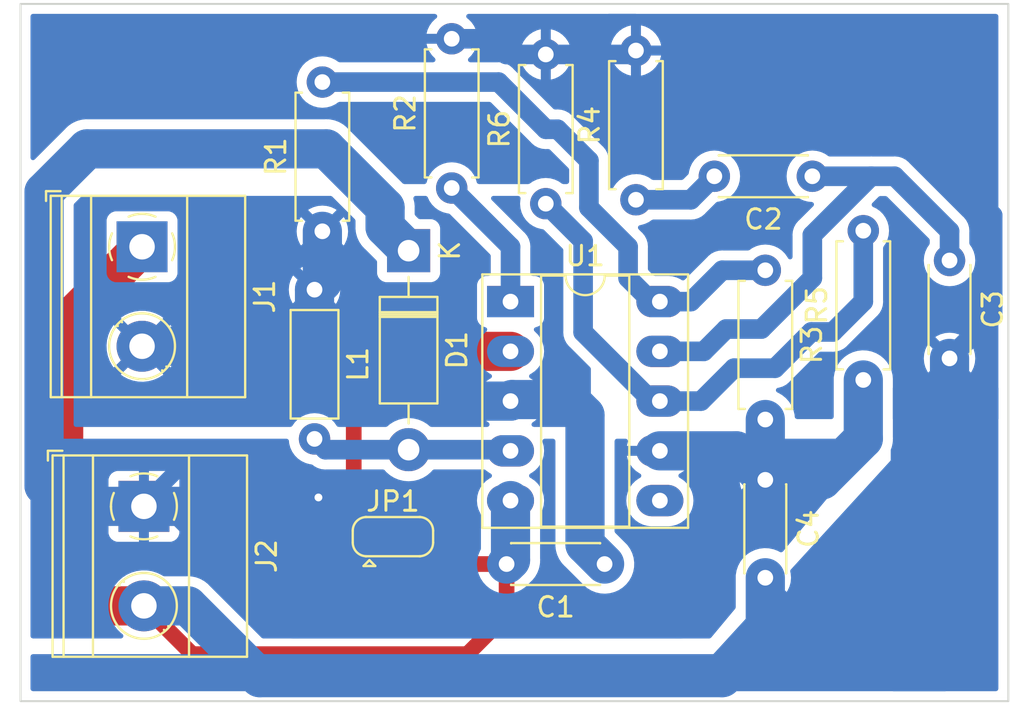
<source format=kicad_pcb>
(kicad_pcb (version 20211014) (generator pcbnew)
  (layers (0 "F.Cu" signal) (31 "B.Cu" signal) (34 "B.Paste" user) (35 "F.Paste" user) (36 "B.SilkS" user "B.Silkscreen") (37 "F.SilkS" user "F.Silkscreen") (38 "B.Mask" user) (39 "F.Mask" user) (44 "Edge.Cuts" user))
  (net 0 "")
  (net 1 "GND")
  (net 2 "Net-(C2-Pad1)")
  (net 3 "Net-(C2-Pad2)")
  (net 4 "Net-(C4-Pad1)")
  (net 5 "Net-(JP1-Pad2)")
  (net 6 "Net-(R1-Pad2)")
  (net 7 "Net-(R2-Pad1)")
  (net 8 "Net-(R5-Pad2)")
  (net 10 "Net-(C1-Pad1)")
  (net 11 "Net-(D1-Pad2)")
  (footprint "Resistor_THT:R_Axial_DIN0207_L6.3mm_D2.5mm_P7.62mm_Horizontal" (layer "F.Cu") (at 124.4 70 90)
    (fp_text reference "R5" (at 3.81 -2.37 90) (layer "F.SilkS"))
    (fp_text value "866k")
    (fp_line (start 0.54 -1.04) (end 0.54 -1.37) (layer "F.SilkS") (width 0.12))
    (fp_line (start 7.08 -1.37) (end 7.08 -1.04) (layer "F.SilkS") (width 0.12))
    (fp_line (start 0.54 1.37) (end 7.08 1.37) (layer "F.SilkS") (width 0.12))
    (fp_line (start 7.08 1.37) (end 7.08 1.04) (layer "F.SilkS") (width 0.12))
    (fp_line (start 0.54 1.04) (end 0.54 1.37) (layer "F.SilkS") (width 0.12))
    (fp_line (start 0.54 -1.37) (end 7.08 -1.37) (layer "F.SilkS") (width 0.12))
    (pad "1" thru_hole circle (at 0 0 90) (size 1.6 1.6) (drill 0.8) (layers *.Cu *.Mask) (net 4 "Net-(C4-Pad1)"))
    (pad "2" thru_hole oval (at 7.62 0 90) (size 1.6 1.6) (drill 0.8) (layers *.Cu *.Mask) (net 8 "Net-(R5-Pad2)"))
  )
  (footprint "Capacitor_THT:C_Disc_D4.3mm_W1.9mm_P5.00mm" (layer "F.Cu") (at 121.8 59.6 180)
    (fp_text reference "C2" (at 2.5 -2.2) (layer "F.SilkS"))
    (fp_text value "470p")
    (fp_line (start 4.77 1.055) (end 4.77 1.07) (layer "F.SilkS") (width 0.12))
    (fp_line (start 4.77 -1.07) (end 4.77 -1.055) (layer "F.SilkS") (width 0.12))
    (fp_line (start 0.23 1.07) (end 4.77 1.07) (layer "F.SilkS") (width 0.12))
    (fp_line (start 0.23 -1.07) (end 0.23 -1.055) (layer "F.SilkS") (width 0.12))
    (fp_line (start 0.23 1.055) (end 0.23 1.07) (layer "F.SilkS") (width 0.12))
    (fp_line (start 0.23 -1.07) (end 4.77 -1.07) (layer "F.SilkS") (width 0.12))
    (pad "1" thru_hole circle (at 0 0 180) (size 1.6 1.6) (drill 0.8) (layers *.Cu *.Mask) (net 2 "Net-(C2-Pad1)"))
    (pad "2" thru_hole circle (at 5 0 180) (size 1.6 1.6) (drill 0.8) (layers *.Cu *.Mask) (net 3 "Net-(C2-Pad2)"))
  )
  (footprint "Resistor_THT:R_Axial_DIN0207_L6.3mm_D2.5mm_P7.62mm_Horizontal" (layer "F.Cu") (at 108.2 61 90)
    (fp_text reference "R6" (at 3.81 -2.37 90) (layer "F.SilkS"))
    (fp_text value "619k")
    (fp_line (start 0.54 1.37) (end 7.08 1.37) (layer "F.SilkS") (width 0.12))
    (fp_line (start 0.54 -1.37) (end 7.08 -1.37) (layer "F.SilkS") (width 0.12))
    (fp_line (start 0.54 1.04) (end 0.54 1.37) (layer "F.SilkS") (width 0.12))
    (fp_line (start 0.54 -1.04) (end 0.54 -1.37) (layer "F.SilkS") (width 0.12))
    (fp_line (start 7.08 1.37) (end 7.08 1.04) (layer "F.SilkS") (width 0.12))
    (fp_line (start 7.08 -1.37) (end 7.08 -1.04) (layer "F.SilkS") (width 0.12))
    (pad "1" thru_hole circle (at 0 0 90) (size 1.6 1.6) (drill 0.8) (layers *.Cu *.Mask) (net 8 "Net-(R5-Pad2)"))
    (pad "2" thru_hole oval (at 7.62 0 90) (size 1.6 1.6) (drill 0.8) (layers *.Cu *.Mask) (net 1 "GND"))
  )
  (footprint "Resistor_THT:R_Axial_DIN0207_L6.3mm_D2.5mm_P7.62mm_Horizontal" (layer "F.Cu") (at 103.4 60.2 90)
    (fp_text reference "R2" (at 3.81 -2.37 90) (layer "F.SilkS"))
    (fp_text value "10k")
    (fp_line (start 0.54 1.37) (end 7.08 1.37) (layer "F.SilkS") (width 0.12))
    (fp_line (start 7.08 -1.37) (end 7.08 -1.04) (layer "F.SilkS") (width 0.12))
    (fp_line (start 0.54 -1.04) (end 0.54 -1.37) (layer "F.SilkS") (width 0.12))
    (fp_line (start 0.54 1.04) (end 0.54 1.37) (layer "F.SilkS") (width 0.12))
    (fp_line (start 0.54 -1.37) (end 7.08 -1.37) (layer "F.SilkS") (width 0.12))
    (fp_line (start 7.08 1.37) (end 7.08 1.04) (layer "F.SilkS") (width 0.12))
    (pad "1" thru_hole circle (at 0 0 90) (size 1.6 1.6) (drill 0.8) (layers *.Cu *.Mask) (net 7 "Net-(R2-Pad1)"))
    (pad "2" thru_hole oval (at 7.62 0 90) (size 1.6 1.6) (drill 0.8) (layers *.Cu *.Mask) (net 1 "GND"))
  )
  (footprint "TerminalBlock_Phoenix:TerminalBlock_Phoenix_MKDS-1,5-2-5.08_1x02_P5.08mm_Horizontal" (layer "F.Cu") (at 87.6 63.2 -90)
    (fp_text reference "J1" (at 2.54 -6.26 90) (layer "F.SilkS"))
    (fp_text value "Conn_01x02")
    (fp_line (start -2.84 4.16) (end -2.84 4.9) (layer "F.SilkS") (width 0.12))
    (fp_line (start 4.046 1.239) (end 4.011 1.274) (layer "F.SilkS") (width 0.12))
    (fp_line (start -2.6 4.66) (end 7.68 4.66) (layer "F.SilkS") (width 0.12))
    (fp_line (start -2.6 -2.301) (end 7.68 -2.301) (layer "F.SilkS") (width 0.12))
    (fp_line (start -2.6 2.6) (end 7.68 2.6) (layer "F.SilkS") (width 0.12))
    (fp_line (start -2.6 -5.261) (end -2.6 4.66) (layer "F.SilkS") (width 0.12))
    (fp_line (start 6.15 -1.275) (end 6.115 -1.239) (layer "F.SilkS") (width 0.12))
    (fp_line (start 3.853 1.023) (end 3.806 1.069) (layer "F.SilkS") (width 0.12))
    (fp_line (start -2.6 4.1) (end 7.68 4.1) (layer "F.SilkS") (width 0.12))
    (fp_line (start -2.84 4.9) (end -2.34 4.9) (layer "F.SilkS") (width 0.12))
    (fp_line (start 6.355 -1.069) (end 6.308 -1.023) (layer "F.SilkS") (width 0.12))
    (fp_line (start 7.68 -5.261) (end 7.68 4.66) (layer "F.SilkS") (width 0.12))
    (fp_line (start -2.6 -5.261) (end 7.68 -5.261) (layer "F.SilkS") (width 0.12))
    (fp_arc (start 1.535427 -0.683042) (mid 1.680501 0.000524) (end 1.535 0.684) (layer "F.SilkS") (width 0.12))
    (fp_arc (start 0.683318 1.534756) (mid 0.349292 1.643288) (end 0 1.68) (layer "F.SilkS") (width 0.12))
    (fp_arc (start -1.535427 0.683042) (mid -1.680501 -0.000524) (end -1.535 -0.684) (layer "F.SilkS") (width 0.12))
    (fp_arc (start -0.683042 -1.535427) (mid 0.000524 -1.680501) (end 0.684 -1.535) (layer "F.SilkS") (width 0.12))
    (fp_arc (start 0.028805 1.680253) (mid -0.335551 1.646659) (end -0.684 1.535) (layer "F.SilkS") (width 0.12))
    (fp_circle (center 5.08 0) (end 6.76 0) (layer "F.SilkS") (width 0.12) (fill none))
    (pad "1" thru_hole rect (at 0 0 270) (size 2.6 2.6) (drill 1.3) (layers *.Cu *.Mask) (net 1 "GND"))
    (pad "2" thru_hole circle (at 5.08 0 270) (size 2.6 2.6) (drill 1.3) (layers *.Cu *.Mask) (net 10 "Net-(C1-Pad1)"))
  )
  (footprint "Resistor_THT:R_Axial_DIN0207_L6.3mm_D2.5mm_P7.62mm_Horizontal" (layer "F.Cu") (at 96.8 62.41 90)
    (fp_text reference "R1" (at 3.81 -2.37 90) (layer "F.SilkS"))
    (fp_text value "1M")
    (fp_line (start 0.54 -1.04) (end 0.54 -1.37) (layer "F.SilkS") (width 0.12))
    (fp_line (start 0.54 1.37) (end 7.08 1.37) (layer "F.SilkS") (width 0.12))
    (fp_line (start 0.54 -1.37) (end 7.08 -1.37) (layer "F.SilkS") (width 0.12))
    (fp_line (start 0.54 1.04) (end 0.54 1.37) (layer "F.SilkS") (width 0.12))
    (fp_line (start 7.08 -1.37) (end 7.08 -1.04) (layer "F.SilkS") (width 0.12))
    (fp_line (start 7.08 1.37) (end 7.08 1.04) (layer "F.SilkS") (width 0.12))
    (pad "1" thru_hole circle (at 0 0 90) (size 1.6 1.6) (drill 0.8) (layers *.Cu *.Mask) (net 10 "Net-(C1-Pad1)"))
    (pad "2" thru_hole oval (at 7.62 0 90) (size 1.6 1.6) (drill 0.8) (layers *.Cu *.Mask) (net 6 "Net-(R1-Pad2)"))
  )
  (footprint "Inductor_THT:L_Axial_L5.3mm_D2.2mm_P7.62mm_Horizontal_Vishay_IM-1" (layer "F.Cu") (at 96.4 65.39 -90)
    (fp_text reference "L1" (at 3.81 -2.22 -270) (layer "F.SilkS"))
    (fp_text value "2.2u")
    (fp_line (start 6.58 -1.22) (end 1.04 -1.22) (layer "F.SilkS") (width 0.12))
    (fp_line (start 6.58 1.22) (end 6.58 -1.22) (layer "F.SilkS") (width 0.12))
    (fp_line (start 1.04 1.22) (end 6.58 1.22) (layer "F.SilkS") (width 0.12))
    (fp_line (start 1.04 -1.22) (end 1.04 1.22) (layer "F.SilkS") (width 0.12))
    (pad "1" thru_hole circle (at 0 0 270) (size 1.6 1.6) (drill 0.8) (layers *.Cu *.Mask) (net 10 "Net-(C1-Pad1)"))
    (pad "2" thru_hole oval (at 7.62 0 270) (size 1.6 1.6) (drill 0.8) (layers *.Cu *.Mask) (net 11 "Net-(D1-Pad2)"))
  )
  (footprint "Capacitor_THT:C_Disc_D4.3mm_W1.9mm_P5.00mm" (layer "F.Cu") (at 128.8 63.9 -90)
    (fp_text reference "C3" (at 2.5 -2.2 90) (layer "F.SilkS"))
    (fp_text value "20p")
    (fp_line (start 0.23 1.07) (end 4.77 1.07) (layer "F.SilkS") (width 0.12))
    (fp_line (start 0.23 -1.07) (end 4.77 -1.07) (layer "F.SilkS") (width 0.12))
    (fp_line (start 0.23 -1.07) (end 0.23 -1.055) (layer "F.SilkS") (width 0.12))
    (fp_line (start 4.77 -1.07) (end 4.77 -1.055) (layer "F.SilkS") (width 0.12))
    (fp_line (start 0.23 1.055) (end 0.23 1.07) (layer "F.SilkS") (width 0.12))
    (fp_line (start 4.77 1.055) (end 4.77 1.07) (layer "F.SilkS") (width 0.12))
    (pad "1" thru_hole circle (at 0 0 270) (size 1.6 1.6) (drill 0.8) (layers *.Cu *.Mask) (net 2 "Net-(C2-Pad1)"))
    (pad "2" thru_hole circle (at 5 0 270) (size 1.6 1.6) (drill 0.8) (layers *.Cu *.Mask) (net 1 "GND"))
  )
  (footprint "Resistor_THT:R_Axial_DIN0207_L6.3mm_D2.5mm_P7.62mm_Horizontal" (layer "F.Cu") (at 112.8 60.8 90)
    (fp_text reference "R4" (at 3.81 -2.37 90) (layer "F.SilkS"))
    (fp_text value "39k")
    (fp_line (start 7.08 1.37) (end 7.08 1.04) (layer "F.SilkS") (width 0.12))
    (fp_line (start 7.08 -1.37) (end 7.08 -1.04) (layer "F.SilkS") (width 0.12))
    (fp_line (start 0.54 -1.04) (end 0.54 -1.37) (layer "F.SilkS") (width 0.12))
    (fp_line (start 0.54 1.37) (end 7.08 1.37) (layer "F.SilkS") (width 0.12))
    (fp_line (start 0.54 1.04) (end 0.54 1.37) (layer "F.SilkS") (width 0.12))
    (fp_line (start 0.54 -1.37) (end 7.08 -1.37) (layer "F.SilkS") (width 0.12))
    (pad "1" thru_hole circle (at 0 0 90) (size 1.6 1.6) (drill 0.8) (layers *.Cu *.Mask) (net 3 "Net-(C2-Pad2)"))
    (pad "2" thru_hole oval (at 7.62 0 90) (size 1.6 1.6) (drill 0.8) (layers *.Cu *.Mask) (net 1 "GND"))
  )
  (footprint "Resistor_THT:R_Axial_DIN0207_L6.3mm_D2.5mm_P7.62mm_Horizontal" (layer "F.Cu") (at 119.4 64.4 -90)
    (fp_text reference "R3" (at 3.81 -2.37 90) (layer "F.SilkS"))
    (fp_text value "5.1M")
    (fp_line (start 0.54 1.37) (end 7.08 1.37) (layer "F.SilkS") (width 0.12))
    (fp_line (start 7.08 1.37) (end 7.08 1.04) (layer "F.SilkS") (width 0.12))
    (fp_line (start 0.54 -1.04) (end 0.54 -1.37) (layer "F.SilkS") (width 0.12))
    (fp_line (start 0.54 -1.37) (end 7.08 -1.37) (layer "F.SilkS") (width 0.12))
    (fp_line (start 0.54 1.04) (end 0.54 1.37) (layer "F.SilkS") (width 0.12))
    (fp_line (start 7.08 -1.37) (end 7.08 -1.04) (layer "F.SilkS") (width 0.12))
    (pad "1" thru_hole circle (at 0 0 270) (size 1.6 1.6) (drill 0.8) (layers *.Cu *.Mask) (net 6 "Net-(R1-Pad2)"))
    (pad "2" thru_hole oval (at 7.62 0 270) (size 1.6 1.6) (drill 0.8) (layers *.Cu *.Mask) (net 4 "Net-(C4-Pad1)"))
  )
  (footprint "Jumper:SolderJumper-3_P1.3mm_Open_RoundedPad1.0x1.5mm" (layer "F.Cu") (at 100.4 78)
    (fp_text reference "JP1" (at 0 -1.8) (layer "F.SilkS"))
    (fp_text value "Jumper_3_Bridged12")
    (fp_line (start -1.4 -1) (end 1.4 -1) (layer "F.SilkS") (width 0.12))
    (fp_line (start -1.2 1.2) (end -0.9 1.5) (layer "F.SilkS") (width 0.12))
    (fp_line (start -1.5 1.5) (end -0.9 1.5) (layer "F.SilkS") (width 0.12))
    (fp_line (start -2.05 0.3) (end -2.05 -0.3) (layer "F.SilkS") (width 0.12))
    (fp_line (start -1.2 1.2) (end -1.5 1.5) (layer "F.SilkS") (width 0.12))
    (fp_line (start 1.4 1) (end -1.4 1) (layer "F.SilkS") (width 0.12))
    (fp_line (start 2.05 -0.3) (end 2.05 0.3) (layer "F.SilkS") (width 0.12))
    (fp_arc (start -2.05 -0.3) (mid -1.844975 -0.794975) (end -1.35 -1) (layer "F.SilkS") (width 0.12))
    (fp_arc (start 2.05 0.3) (mid 1.844975 0.794975) (end 1.35 1) (layer "F.SilkS") (width 0.12))
    (fp_arc (start 1.35 -1) (mid 1.844975 -0.794975) (end 2.05 -0.3) (layer "F.SilkS") (width 0.12))
    (fp_arc (start -1.35 1) (mid -1.844975 0.794975) (end -2.05 0.3) (layer "F.SilkS") (width 0.12))
    (pad "1" smd custom (at -1.3 0) (size 1 0.5) (layers "F.Cu" "F.Mask") (net 4 "Net-(C4-Pad1)") (options (clearance outline) (anchor rect)) (primitives (gr_circle (center 0 0.25) (end 0.5 0.25) (width 0) (fill yes)) (gr_circle (center 0 -0.25) (end 0.5 -0.25) (width 0) (fill yes)) (gr_poly (pts (xy 0.55 0.75) (xy 0 0.75) (xy 0 -0.75) (xy 0.55 -0.75)) (width 0) (fill yes))))
    (pad "2" smd rect (at 0 0) (size 1 1.5) (layers "F.Cu" "F.Mask") (net 5 "Net-(JP1-Pad2)"))
    (pad "3" smd custom (at 1.3 0) (size 1 0.5) (layers "F.Cu" "F.Mask") (net 1 "GND") (options (clearance outline) (anchor rect)) (primitives (gr_circle (center 0 0.25) (end 0.5 0.25) (width 0) (fill yes)) (gr_circle (center 0 -0.25) (end 0.5 -0.25) (width 0) (fill yes)) (gr_poly (pts (xy 0 0.75) (xy -0.55 0.75) (xy -0.55 -0.75) (xy 0 -0.75)) (width 0) (fill yes))))
  )
  (footprint "Capacitor_THT:C_Disc_D4.3mm_W1.9mm_P5.00mm" (layer "F.Cu") (at 111.2 79.4 180)
    (fp_text reference "C1" (at 2.5 -2.2) (layer "F.SilkS"))
    (fp_text value "3.3u")
    (fp_line (start 0.23 1.055) (end 0.23 1.07) (layer "F.SilkS") (width 0.12))
    (fp_line (start 0.23 -1.07) (end 0.23 -1.055) (layer "F.SilkS") (width 0.12))
    (fp_line (start 0.23 1.07) (end 4.77 1.07) (layer "F.SilkS") (width 0.12))
    (fp_line (start 4.77 -1.07) (end 4.77 -1.055) (layer "F.SilkS") (width 0.12))
    (fp_line (start 0.23 -1.07) (end 4.77 -1.07) (layer "F.SilkS") (width 0.12))
    (fp_line (start 4.77 1.055) (end 4.77 1.07) (layer "F.SilkS") (width 0.12))
    (pad "1" thru_hole circle (at 0 0 180) (size 1.6 1.6) (drill 0.8) (layers *.Cu *.Mask) (net 10 "Net-(C1-Pad1)"))
    (pad "2" thru_hole circle (at 5 0 180) (size 1.6 1.6) (drill 0.8) (layers *.Cu *.Mask) (net 1 "GND"))
  )
  (footprint "Capacitor_THT:C_Disc_D4.3mm_W1.9mm_P5.00mm" (layer "F.Cu") (at 119.4 75.1 -90)
    (fp_text reference "C4" (at 2.5 -2.2 -270) (layer "F.SilkS"))
    (fp_text value "10u")
    (fp_line (start 0.23 1.07) (end 4.77 1.07) (layer "F.SilkS") (width 0.12))
    (fp_line (start 4.77 -1.07) (end 4.77 -1.055) (layer "F.SilkS") (width 0.12))
    (fp_line (start 0.23 -1.07) (end 0.23 -1.055) (layer "F.SilkS") (width 0.12))
    (fp_line (start 0.23 -1.07) (end 4.77 -1.07) (layer "F.SilkS") (width 0.12))
    (fp_line (start 4.77 1.055) (end 4.77 1.07) (layer "F.SilkS") (width 0.12))
    (fp_line (start 0.23 1.055) (end 0.23 1.07) (layer "F.SilkS") (width 0.12))
    (pad "1" thru_hole circle (at 0 0 270) (size 1.6 1.6) (drill 0.8) (layers *.Cu *.Mask) (net 4 "Net-(C4-Pad1)"))
    (pad "2" thru_hole circle (at 5 0 270) (size 1.6 1.6) (drill 0.8) (layers *.Cu *.Mask) (net 1 "GND"))
  )
  (footprint "TerminalBlock_Phoenix:TerminalBlock_Phoenix_MKDS-1,5-2-5.08_1x02_P5.08mm_Horizontal" (layer "F.Cu") (at 87.695 76.455 -90)
    (fp_text reference "J2" (at 2.54 -6.26 90) (layer "F.SilkS"))
    (fp_text value "Conn_01x02")
    (fp_line (start -2.6 4.1) (end 7.68 4.1) (layer "F.SilkS") (width 0.12))
    (fp_line (start 4.046 1.239) (end 4.011 1.274) (layer "F.SilkS") (width 0.12))
    (fp_line (start -2.6 2.6) (end 7.68 2.6) (layer "F.SilkS") (width 0.12))
    (fp_line (start -2.6 -2.301) (end 7.68 -2.301) (layer "F.SilkS") (width 0.12))
    (fp_line (start -2.6 -5.261) (end 7.68 -5.261) (layer "F.SilkS") (width 0.12))
    (fp_line (start 3.853 1.023) (end 3.806 1.069) (layer "F.SilkS") (width 0.12))
    (fp_line (start -2.6 4.66) (end 7.68 4.66) (layer "F.SilkS") (width 0.12))
    (fp_line (start 6.355 -1.069) (end 6.308 -1.023) (layer "F.SilkS") (width 0.12))
    (fp_line (start -2.6 -5.261) (end -2.6 4.66) (layer "F.SilkS") (width 0.12))
    (fp_line (start 6.15 -1.275) (end 6.115 -1.239) (layer "F.SilkS") (width 0.12))
    (fp_line (start -2.84 4.9) (end -2.34 4.9) (layer "F.SilkS") (width 0.12))
    (fp_line (start 7.68 -5.261) (end 7.68 4.66) (layer "F.SilkS") (width 0.12))
    (fp_line (start -2.84 4.16) (end -2.84 4.9) (layer "F.SilkS") (width 0.12))
    (fp_arc (start -1.535427 0.683042) (mid -1.680501 -0.000524) (end -1.535 -0.684) (layer "F.SilkS") (width 0.12))
    (fp_arc (start 0.683318 1.534756) (mid 0.349292 1.643288) (end 0 1.68) (layer "F.SilkS") (width 0.12))
    (fp_arc (start -0.683042 -1.535427) (mid 0.000524 -1.680501) (end 0.684 -1.535) (layer "F.SilkS") (width 0.12))
    (fp_arc (start 1.535427 -0.683042) (mid 1.680501 0.000524) (end 1.535 0.684) (layer "F.SilkS") (width 0.12))
    (fp_arc (start 0.028805 1.680253) (mid -0.335551 1.646659) (end -0.684 1.535) (layer "F.SilkS") (width 0.12))
    (fp_circle (center 5.08 0) (end 6.76 0) (layer "F.SilkS") (width 0.12) (fill none))
    (pad "1" thru_hole rect (at 0 0 270) (size 2.6 2.6) (drill 1.3) (layers *.Cu *.Mask) (net 4 "Net-(C4-Pad1)"))
    (pad "2" thru_hole circle (at 5.08 0 270) (size 2.6 2.6) (drill 1.3) (layers *.Cu *.Mask) (net 1 "GND"))
  )
  (footprint "Package_DIP:DIP-10_W7.62mm_Socket_LongPads" (layer "F.Cu") (at 106.4 66)
    (fp_text reference "U1" (at 3.81 -2.33) (layer "F.SilkS"))
    (fp_text value "LTC3402")
    (fp_line (start 1.56 -1.33) (end 1.56 11.49) (layer "F.SilkS") (width 0.12))
    (fp_line (start 9.06 -1.39) (end -1.44 -1.39) (layer "F.SilkS") (width 0.12))
    (fp_line (start 6.06 11.49) (end 6.06 -1.33) (layer "F.SilkS") (width 0.12))
    (fp_line (start 1.56 11.49) (end 6.06 11.49) (layer "F.SilkS") (width 0.12))
    (fp_line (start 9.06 11.55) (end 9.06 -1.39) (layer "F.SilkS") (width 0.12))
    (fp_line (start -1.44 11.55) (end 9.06 11.55) (layer "F.SilkS") (width 0.12))
    (fp_line (start 6.06 -1.33) (end 4.81 -1.33) (layer "F.SilkS") (width 0.12))
    (fp_line (start 2.81 -1.33) (end 1.56 -1.33) (layer "F.SilkS") (width 0.12))
    (fp_line (start -1.44 -1.39) (end -1.44 11.55) (layer "F.SilkS") (width 0.12))
    (fp_arc (start 4.81 -1.33) (mid 3.81 -0.33) (end 2.81 -1.33) (layer "F.SilkS") (width 0.12))
    (pad "1" thru_hole rect (at 0 0) (size 2.4 1.6) (drill 0.8) (layers *.Cu *.Mask) (net 7 "Net-(R2-Pad1)"))
    (pad "2" thru_hole oval (at 0 2.54) (size 2.4 1.6) (drill 0.8) (layers *.Cu *.Mask) (net 5 "Net-(JP1-Pad2)"))
    (pad "3" thru_hole oval (at 0 5.08) (size 2.4 1.6) (drill 0.8) (layers *.Cu *.Mask) (net 10 "Net-(C1-Pad1)"))
    (pad "4" thru_hole oval (at 0 7.62) (size 2.4 1.6) (drill 0.8) (layers *.Cu *.Mask) (net 11 "Net-(D1-Pad2)"))
    (pad "5" thru_hole oval (at 0 10.16) (size 2.4 1.6) (drill 0.8) (layers *.Cu *.Mask) (net 1 "GND"))
    (pad "6" thru_hole oval (at 7.62 10.16) (size 2.4 1.6) (drill 0.8) (layers *.Cu *.Mask))
    (pad "7" thru_hole oval (at 7.62 7.62) (size 2.4 1.6) (drill 0.8) (layers *.Cu *.Mask) (net 4 "Net-(C4-Pad1)"))
    (pad "8" thru_hole oval (at 7.62 5.08) (size 2.4 1.6) (drill 0.8) (layers *.Cu *.Mask) (net 8 "Net-(R5-Pad2)"))
    (pad "9" thru_hole oval (at 7.62 2.54) (size 2.4 1.6) (drill 0.8) (layers *.Cu *.Mask) (net 2 "Net-(C2-Pad1)"))
    (pad "10" thru_hole oval (at 7.62 0) (size 2.4 1.6) (drill 0.8) (layers *.Cu *.Mask) (net 6 "Net-(R1-Pad2)"))
  )
  (footprint "Diode_THT:D_DO-41_SOD81_P10.16mm_Horizontal" (layer "F.Cu") (at 101.2 63.4 -90)
    (fp_text reference "D1" (at 5.08 -2.47 90) (layer "F.SilkS"))
    (fp_text value "1N5817")
    (fp_text user "K" (at 0 -2.1 90) (layer "F.SilkS"))
    (fp_line (start 1.34 0) (end 2.36 0) (layer "F.SilkS") (width 0.12))
    (fp_line (start 7.8 1.47) (end 7.8 -1.47) (layer "F.SilkS") (width 0.12))
    (fp_line (start 3.26 -1.47) (end 3.26 1.47) (layer "F.SilkS") (width 0.12))
    (fp_line (start 3.14 -1.47) (end 3.14 1.47) (layer "F.SilkS") (width 0.12))
    (fp_line (start 7.8 -1.47) (end 2.36 -1.47) (layer "F.SilkS") (width 0.12))
    (fp_line (start 2.36 -1.47) (end 2.36 1.47) (layer "F.SilkS") (width 0.12))
    (fp_line (start 8.82 0) (end 7.8 0) (layer "F.SilkS") (width 0.12))
    (fp_line (start 3.38 -1.47) (end 3.38 1.47) (layer "F.SilkS") (width 0.12))
    (fp_line (start 2.36 1.47) (end 7.8 1.47) (layer "F.SilkS") (width 0.12))
    (pad "1" thru_hole rect (at 0 0 270) (size 2.2 2.2) (drill 1.1) (layers *.Cu *.Mask) (net 4 "Net-(C4-Pad1)"))
    (pad "2" thru_hole oval (at 10.16 0 270) (size 2.2 2.2) (drill 1.1) (layers *.Cu *.Mask) (net 11 "Net-(D1-Pad2)"))
  )
  (gr_rect (start 81.4 50.8) (end 131.8 86.4) (layer "Edge.Cuts") (width 0.1) (fill none))
  (segment (start 90.16 84) (end 87.695 81.535) (width 0.8) (layer "F.Cu") (net 1))
  (segment (start 101.7 78.9) (end 102.2 79.4) (width 0.8) (layer "F.Cu") (net 1))
  (segment (start 102.2 79.4) (end 106.2 79.4) (width 0.8) (layer "F.Cu") (net 1))
  (segment (start 101.7 78) (end 101.7 78.9) (width 0.8) (layer "F.Cu") (net 1))
  (segment (start 104.2 84) (end 90.16 84) (width 0.8) (layer "F.Cu") (net 1))
  (segment (start 85.2 81.6) (end 85.265 81.535) (width 2) (layer "F.Cu") (net 1))
  (segment (start 85.265 81.535) (end 87.695 81.535) (width 2) (layer "F.Cu") (net 1))
  (segment (start 106.2 79.4) (end 106.2 82) (width 0.8) (layer "F.Cu") (net 1))
  (segment (start 87.6 63.2) (end 83.6 67.2) (width 2) (layer "F.Cu") (net 1))
  (segment (start 83.6 80) (end 85.2 81.6) (width 2) (layer "F.Cu") (net 1))
  (segment (start 83.6 67.2) (end 83.6 80) (width 2) (layer "F.Cu") (net 1))
  (segment (start 106.2 82) (end 104.2 84) (width 0.8) (layer "F.Cu") (net 1))
  (segment (start 119.4 83) (end 119.4 80.1) (width 2) (layer "B.Cu") (net 1))
  (segment (start 112.6 53.38) (end 112.8 53.18) (width 1) (layer "B.Cu") (net 1))
  (segment (start 131 61.6) (end 125.4 56) (width 1) (layer "B.Cu") (net 1))
  (segment (start 128.8 75.2) (end 128.8 73.6) (width 2) (layer "B.Cu") (net 1))
  (segment (start 119.4 83) (end 121 83) (width 2) (layer "B.Cu") (net 1))
  (segment (start 128.8 68.9) (end 128.8 73.6) (width 2) (layer "B.Cu") (net 1))
  (segment (start 117.2 85.2) (end 119.4 83) (width 2) (layer "B.Cu") (net 1))
  (segment (start 108.2 53.38) (end 110.42 53.38) (width 1) (layer "B.Cu") (net 1))
  (segment (start 89.935 81.535) (end 93.6 85.2) (width 2) (layer "B.Cu") (net 1))
  (segment (start 87.695 81.535) (end 89.935 81.535) (width 2) (layer "B.Cu") (net 1))
  (segment (start 131 66.7) (end 131 61.6) (width 1) (layer "B.Cu") (net 1))
  (segment (start 121 83) (end 128.8 75.2) (width 2) (layer "B.Cu") (net 1))
  (segment (start 111.8 56) (end 110.42 54.62) (width 1) (layer "B.Cu") (net 1))
  (segment (start 93.6 85.2) (end 117.2 85.2) (width 2) (layer "B.Cu") (net 1))
  (segment (start 110.42 53.38) (end 112.6 53.38) (width 1) (layer "B.Cu") (net 1))
  (segment (start 128.8 68.9) (end 131 66.7) (width 1) (layer "B.Cu") (net 1))
  (segment (start 106.18 53.38) (end 108.2 53.38) (width 1) (layer "B.Cu") (net 1))
  (segment (start 105.38 52.58) (end 106.18 53.38) (width 1) (layer "B.Cu") (net 1))
  (segment (start 125.4 56) (end 111.8 56) (width 1) (layer "B.Cu") (net 1))
  (segment (start 106.4 76.16) (end 106.4 79.2) (width 2) (layer "B.Cu") (net 1))
  (segment (start 106.4 79.2) (end 106.2 79.4) (width 2) (layer "B.Cu") (net 1))
  (segment (start 103.4 52.58) (end 105.38 52.58) (width 1) (layer "B.Cu") (net 1))
  (segment (start 110.42 54.62) (end 110.42 53.38) (width 1) (layer "B.Cu") (net 1))
  (segment (start 121.8 64.8) (end 121.8 62.6) (width 1) (layer "B.Cu") (net 2))
  (segment (start 121.8 59.6) (end 124.8 59.6) (width 1) (layer "B.Cu") (net 2))
  (segment (start 121.8 62.6) (end 124.8 59.6) (width 1) (layer "B.Cu") (net 2))
  (segment (start 124.8 59.6) (end 126 59.6) (width 1) (layer "B.Cu") (net 2))
  (segment (start 114.02 68.54) (end 116.26 68.54) (width 1) (layer "B.Cu") (net 2))
  (segment (start 117.4 67.4) (end 119.2 67.4) (width 1) (layer "B.Cu") (net 2))
  (segment (start 128.8 62.4) (end 128.8 63.9) (width 1) (layer "B.Cu") (net 2))
  (segment (start 126 59.6) (end 128.8 62.4) (width 1) (layer "B.Cu") (net 2))
  (segment (start 116.26 68.54) (end 117.4 67.4) (width 1) (layer "B.Cu") (net 2))
  (segment (start 119.2 67.4) (end 121.8 64.8) (width 1) (layer "B.Cu") (net 2))
  (segment (start 115.6 60.8) (end 116.8 59.6) (width 1) (layer "B.Cu") (net 3))
  (segment (start 112.8 60.8) (end 115.6 60.8) (width 1) (layer "B.Cu") (net 3))
  (segment (start 98.6 78) (end 96.6 76) (width 0.8) (layer "F.Cu") (net 4))
  (segment (start 99.1 78) (end 98.6 78) (width 0.8) (layer "F.Cu") (net 4))
  (via (at 96.6 76) (size 0.8) (drill 0.4) (layers "F.Cu" "B.Cu") (net 4))
  (segment (start 119.4 75.8) (end 116.6 78.6) (width 2) (layer "B.Cu") (net 4))
  (segment (start 84.8 58.2) (end 82.6 60.4) (width 2) (layer "B.Cu") (net 4))
  (segment (start 114.02 73.62) (end 115.02 73.62) (width 1) (layer "B.Cu") (net 4))
  (segment (start 96.6 76) (end 95.4 76) (width 0.8) (layer "B.Cu") (net 4))
  (segment (start 100 62.2) (end 100 61.2) (width 2) (layer "B.Cu") (net 4))
  (segment (start 95.4 82.2) (end 89.655 76.455) (width 2) (layer "B.Cu") (net 4))
  (segment (start 116.6 80.6) (end 115 82.2) (width 2) (layer "B.Cu") (net 4))
  (segment (start 122.3 75.1) (end 124.4 73) (width 2) (layer "B.Cu") (net 4))
  (segment (start 82.6 60.4) (end 82.6 75.4) (width 2) (layer "B.Cu") (net 4))
  (segment (start 83.655 76.455) (end 87.695 76.455) (width 2) (layer "B.Cu") (net 4))
  (segment (start 101.2 63.4) (end 100 62.2) (width 2) (layer "B.Cu") (net 4))
  (segment (start 97 58.2) (end 84.8 58.2) (width 2) (layer "B.Cu") (net 4))
  (segment (start 114.02 73.62) (end 117.92 73.62) (width 2) (layer "B.Cu") (net 4))
  (segment (start 100 61.2) (end 97 58.2) (width 2) (layer "B.Cu") (net 4))
  (segment (start 89.655 76.455) (end 87.695 76.455) (width 2) (layer "B.Cu") (net 4))
  (segment (start 115 82.2) (end 95.4 82.2) (width 2) (layer "B.Cu") (net 4))
  (segment (start 117.92 73.62) (end 119.4 75.1) (width 2) (layer "B.Cu") (net 4))
  (segment (start 82.6 75.4) (end 83.655 76.455) (width 2) (layer "B.Cu") (net 4))
  (segment (start 119.4 75.1) (end 122.3 75.1) (width 2) (layer "B.Cu") (net 4))
  (segment (start 124.4 73) (end 124.4 70) (width 2) (layer "B.Cu") (net 4))
  (segment (start 94 74.6) (end 89.4 74.6) (width 0.8) (layer "B.Cu") (net 4))
  (segment (start 119.4 75.1) (end 119.4 75.8) (width 2) (layer "B.Cu") (net 4))
  (segment (start 87.695 76.305) (end 87.695 76.455) (width 0.8) (layer "B.Cu") (net 4))
  (segment (start 95.4 76) (end 94 74.6) (width 0.8) (layer "B.Cu") (net 4))
  (segment (start 89.4 74.6) (end 87.695 76.305) (width 0.8) (layer "B.Cu") (net 4))
  (segment (start 116.6 78.6) (end 116.6 80.6) (width 2) (layer "B.Cu") (net 4))
  (segment (start 119.4 72.02) (end 119.4 75.1) (width 2) (layer "B.Cu") (net 4))
  (segment (start 100.4 76) (end 100.4 78) (width 0.8) (layer "F.Cu") (net 5))
  (segment (start 99 71) (end 98.4 71.6) (width 0.8) (layer "F.Cu") (net 5))
  (segment (start 99.4 75.8) (end 100.2 75.8) (width 0.8) (layer "F.Cu") (net 5))
  (segment (start 100.2 75.8) (end 100.4 76) (width 0.8) (layer "F.Cu") (net 5))
  (segment (start 98.4 71.6) (end 98.4 74.8) (width 0.8) (layer "F.Cu") (net 5))
  (segment (start 101.46 68.54) (end 99 71) (width 2) (layer "F.Cu") (net 5))
  (segment (start 106.4 68.54) (end 101.46 68.54) (width 2) (layer "F.Cu") (net 5))
  (segment (start 98.4 74.8) (end 99.4 75.8) (width 0.8) (layer "F.Cu") (net 5))
  (segment (start 108.8 57.2) (end 108.2 57.2) (width 1) (layer "B.Cu") (net 6))
  (segment (start 112.4 63.199022) (end 110.4 61.199022) (width 1) (layer "B.Cu") (net 6))
  (segment (start 108.2 57.2) (end 105.79 54.79) (width 1) (layer "B.Cu") (net 6))
  (segment (start 110.4 61.199022) (end 110.4 58.8) (width 1) (layer "B.Cu") (net 6))
  (segment (start 115.6 66) (end 117.2 64.4) (width 1) (layer "B.Cu") (net 6))
  (segment (start 114.02 66) (end 115.6 66) (width 1) (layer "B.Cu") (net 6))
  (segment (start 110.4 58.8) (end 108.8 57.2) (width 1) (layer "B.Cu") (net 6))
  (segment (start 112.4 64.8) (end 112.4 63.199022) (width 1) (layer "B.Cu") (net 6))
  (segment (start 105.79 54.79) (end 96.8 54.79) (width 1) (layer "B.Cu") (net 6))
  (segment (start 119.4 64.4) (end 117.2 64.4) (width 1) (layer "B.Cu") (net 6))
  (segment (start 113.6 66) (end 112.4 64.8) (width 1) (layer "B.Cu") (net 6))
  (segment (start 114.02 66) (end 113.6 66) (width 1) (layer "B.Cu") (net 6))
  (segment (start 106.4 66) (end 106.4 63.2) (width 1) (layer "B.Cu") (net 7))
  (segment (start 106.4 63.2) (end 103.4 60.2) (width 1) (layer "B.Cu") (net 7))
  (segment (start 117.8 69.4) (end 116.12 71.08) (width 1) (layer "B.Cu") (net 8))
  (segment (start 110.103961 62.903961) (end 110.103961 67.563961) (width 1) (layer "B.Cu") (net 8))
  (segment (start 113.62 71.08) (end 114.02 71.08) (width 1) (layer "B.Cu") (net 8))
  (segment (start 116.12 71.08) (end 114.02 71.08) (width 1) (layer "B.Cu") (net 8))
  (segment (start 122.851818 67.548182) (end 121.748182 67.548182) (width 1) (layer "B.Cu") (net 8))
  (segment (start 108.2 61) (end 110.103961 62.903961) (width 1) (layer "B.Cu") (net 8))
  (segment (start 121.748182 67.548182) (end 119.896364 69.4) (width 1) (layer "B.Cu") (net 8))
  (segment (start 119.896364 69.4) (end 117.8 69.4) (width 1) (layer "B.Cu") (net 8))
  (segment (start 124.4 66) (end 122.851818 67.548182) (width 1) (layer "B.Cu") (net 8))
  (segment (start 110.103961 67.563961) (end 113.62 71.08) (width 1) (layer "B.Cu") (net 8))
  (segment (start 124.4 62.38) (end 124.4 66) (width 1) (layer "B.Cu") (net 8))
  (segment (start 95.7 67.1) (end 91.3 67.1) (width 2) (layer "B.Cu") (net 10))
  (segment (start 96.4 65.39) (end 96.4 66.4) (width 2) (layer "B.Cu") (net 10))
  (segment (start 96.4 66.4) (end 95.7 67.1) (width 2) (layer "B.Cu") (net 10))
  (segment (start 106.4 71.08) (end 104.08 71.08) (width 2) (layer "B.Cu") (net 10))
  (segment (start 106.48 71) (end 109.4 71) (width 2) (layer "B.Cu") (net 10))
  (segment (start 102.4 69.4) (end 98 69.4) (width 2) (layer "B.Cu") (net 10))
  (segment (start 87.6 68.28) (end 90.12 68.28) (width 2) (layer "B.Cu") (net 10))
  (segment (start 110.2 78.4) (end 111.2 79.4) (width 2) (layer "B.Cu") (net 10))
  (segment (start 96.8 62.41) (end 96.8 64.99) (width 2) (layer "B.Cu") (net 10))
  (segment (start 104.08 71.08) (end 102.4 69.4) (width 2) (layer "B.Cu") (net 10))
  (segment (start 96.8 64.99) (end 96.4 65.39) (width 2) (layer "B.Cu") (net 10))
  (segment (start 98 69.4) (end 95.7 67.1) (width 2) (layer "B.Cu") (net 10))
  (segment (start 90.12 68.28) (end 91.3 67.1) (width 2) (layer "B.Cu") (net 10))
  (segment (start 109.4 71) (end 110.2 71.8) (width 2) (layer "B.Cu") (net 10))
  (segment (start 110.2 71.8) (end 110.2 78.4) (width 2) (layer "B.Cu") (net 10))
  (segment (start 106.4 71.08) (end 106.48 71) (width 2) (layer "B.Cu") (net 10))
  (segment (start 101.2 73.56) (end 106.34 73.56) (width 1) (layer "B.Cu") (net 11))
  (segment (start 106.34 73.56) (end 106.4 73.62) (width 1) (layer "B.Cu") (net 11))
  (segment (start 96.95 73.56) (end 96.4 73.01) (width 1) (layer "B.Cu") (net 11))
  (segment (start 101.2 73.56) (end 96.95 73.56) (width 1) (layer "B.Cu") (net 11))
  (zone (net 1) (net_name "GND") (layer "B.Cu") (connect_pads (clearance 0.508)) (min_thickness 0.254) (fill yes (thermal_gap 0.508) (thermal_bridge_width 0.508))
    (polygon (pts (xy 132.5 72) (xy 111.4 72) (xy 111.4 50.6) (xy 132.5 50.6)))
  )
  (zone (net 1) (net_name "GND") (layer "B.Cu") (connect_pads (clearance 0.508)) (min_thickness 0.254) (fill yes (thermal_gap 0.508) (thermal_bridge_width 0.508))
    (polygon (pts (xy 112.8 60) (xy 81 60) (xy 81 50.6) (xy 112.8 50.6)))
  )
  (zone (net 10) (net_name "Net-(C1-Pad1)") (layer "B.Cu") (connect_pads (clearance 0.508)) (min_thickness 0.254) (fill yes (thermal_gap 0.508) (thermal_bridge_width 0.508))
    (polygon (pts (xy 110.5 72.4) (xy 81 72.4) (xy 81 60.6) (xy 110.5 60.6)))
  )
  (zone (net 1) (net_name "GND") (layer "B.Cu") (connect_pads (clearance 0.508)) (min_thickness 0.254) (fill yes (thermal_gap 0.508) (thermal_bridge_width 0.508))
    (polygon (pts (xy 132.6 86.8) (xy 125.8 86.8) (xy 125.8 70.4) (xy 132.6 70.4)))
  )
  (zone (net 1) (net_name "GND") (layer "B.Cu") (connect_pads (clearance 0.508)) (min_thickness 0.254) (fill yes (thermal_gap 0.508) (thermal_bridge_width 0.508))
    (polygon (pts (xy 126.6 84.6) (xy 116.2 84.6) (xy 126.704222 73.120067)))
  )
  (zone (net 1) (net_name "GND") (layer "B.Cu") (connect_pads (clearance 0.508)) (min_thickness 0.254) (fill yes (thermal_gap 0.508) (thermal_bridge_width 0.508))
    (polygon (pts (xy 128.6 86.6) (xy 81 86.6) (xy 81 84) (xy 128.6 84)))
  )
  (zone (net 4) (net_name "Net-(C4-Pad1)") (layer "B.Cu") (connect_pads (clearance 0.508)) (min_thickness 0.254) (fill yes (thermal_gap 0.508) (thermal_bridge_width 0.508))
    (polygon (pts (xy 116.6 83.2) (xy 81 83.2) (xy 81 73) (xy 125.1 73)))
  )
)
</source>
